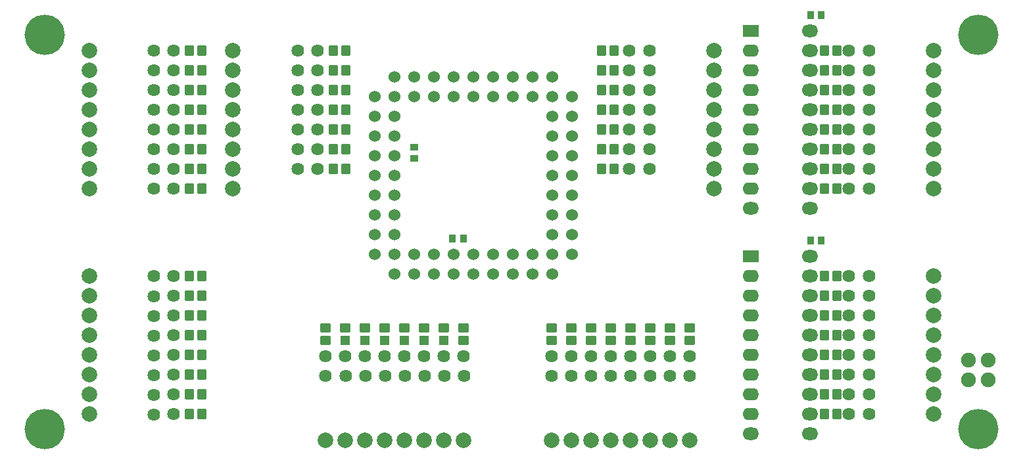
<source format=gbs>
G04 Layer: BottomSolderMaskLayer*
G04 Panelize: , Column: 2, Row: 2, Board Size: 127.89mm x 58.42mm, Panelized Board Size: 257.78mm x 118.84mm*
G04 EasyEDA v6.5.34, 2023-09-01 23:34:49*
G04 d2f9a346f3944a8da2a00f25f54837ea,5a6b42c53f6a479593ecc07194224c93,10*
G04 Gerber Generator version 0.2*
G04 Scale: 100 percent, Rotated: No, Reflected: No *
G04 Dimensions in millimeters *
G04 leading zeros omitted , absolute positions ,4 integer and 5 decimal *
%FSLAX45Y45*%
%MOMM*%

%AMMACRO1*1,1,$1,$2,$3*1,1,$1,$4,$5*1,1,$1,0-$2,0-$3*1,1,$1,0-$4,0-$5*20,1,$1,$2,$3,$4,$5,0*20,1,$1,$4,$5,0-$2,0-$3,0*20,1,$1,0-$2,0-$3,0-$4,0-$5,0*20,1,$1,0-$4,0-$5,$2,$3,0*4,1,4,$2,$3,$4,$5,0-$2,0-$3,0-$4,0-$5,$2,$3,0*%
%ADD10MACRO1,0.1016X0.4X0.45X-0.4X0.45*%
%ADD11MACRO1,0.1016X-0.45X0.4X-0.45X-0.4*%
%ADD12MACRO1,0.1016X-0.4X-0.45X0.4X-0.45*%
%ADD13MACRO1,0.2032X-0.5X-0.55X0.5X-0.55*%
%ADD14MACRO1,0.2032X0.5X0.55X-0.5X0.55*%
%ADD15MACRO1,0.2032X-0.55X0.5X-0.55X-0.5*%
%ADD16R,1.3032X1.2032*%
%ADD17MACRO1,0.2032X0.55X-0.5X0.55X0.5*%
%ADD18O,2.1015960000000002X1.6015970000000002*%
%ADD19MACRO1,0.1016X-1X0.75X1X0.75*%
%ADD20O,2.1015960000000002X1.6256000000000002*%
%ADD21C,1.5240*%
%ADD22C,5.2032*%
%ADD23C,1.6256*%
%ADD24C,2.0016*%
%ADD25C,1.9016*%
%ADD26C,0.0193*%

%LPD*%
D10*
G01*
X10242379Y2806694D03*
G01*
X10382380Y2806694D03*
G01*
X10242379Y5714987D03*
G01*
X10382380Y5714987D03*
D11*
G01*
X5143489Y3866991D03*
G01*
X5143489Y4006990D03*
D12*
G01*
X5772290Y2832094D03*
G01*
X5632291Y2832094D03*
D13*
G01*
X7713304Y3731892D03*
G01*
X7553304Y3731892D03*
G01*
X7713304Y3985892D03*
G01*
X7553304Y3985892D03*
G01*
X7713304Y4239892D03*
G01*
X7553304Y4239892D03*
G01*
X7713304Y4493892D03*
G01*
X7553304Y4493892D03*
G01*
X7713304Y4747892D03*
G01*
X7553304Y4747892D03*
G01*
X7713304Y5001892D03*
G01*
X7553304Y5001892D03*
D14*
G01*
X7553289Y5255892D03*
G01*
X7713289Y5255892D03*
G01*
X4098274Y3731905D03*
G01*
X4258274Y3731905D03*
G01*
X4098274Y5001905D03*
G01*
X4258274Y5001905D03*
D13*
G01*
X4258289Y5255905D03*
G01*
X4098290Y5255905D03*
D14*
G01*
X4098274Y4747905D03*
G01*
X4258274Y4747905D03*
G01*
X4098274Y4493907D03*
G01*
X4258274Y4493907D03*
G01*
X4098274Y4239907D03*
G01*
X4258274Y4239907D03*
G01*
X4098274Y3985907D03*
G01*
X4258274Y3985907D03*
D15*
G01*
X5524124Y1680211D03*
D16*
G01*
X5524118Y1520215D03*
D15*
G01*
X4254124Y1680211D03*
D16*
G01*
X4254118Y1520215D03*
D17*
G01*
X4000124Y1520224D03*
G01*
X4000124Y1680222D03*
D15*
G01*
X4508124Y1680211D03*
D16*
G01*
X4508118Y1520215D03*
D15*
G01*
X4762121Y1680211D03*
D16*
G01*
X4762118Y1520215D03*
D15*
G01*
X5016121Y1680211D03*
D16*
G01*
X5016118Y1520215D03*
D15*
G01*
X5270121Y1680211D03*
D16*
G01*
X5270118Y1520215D03*
D17*
G01*
X5778121Y1520224D03*
G01*
X5778121Y1680222D03*
G01*
X8686812Y1680222D03*
G01*
X8686812Y1520224D03*
D15*
G01*
X8178812Y1520212D03*
G01*
X8178812Y1680211D03*
G01*
X7924812Y1520212D03*
G01*
X7924812Y1680211D03*
G01*
X7670812Y1520212D03*
G01*
X7670812Y1680211D03*
G01*
X7416815Y1520212D03*
G01*
X7416815Y1680211D03*
D17*
G01*
X6908815Y1680222D03*
G01*
X6908815Y1520224D03*
D15*
G01*
X7162815Y1520212D03*
G01*
X7162815Y1680211D03*
G01*
X8432815Y1520212D03*
G01*
X8432815Y1680211D03*
D14*
G01*
X2244090Y823597D03*
G01*
X2404088Y823597D03*
G01*
X2244090Y2093597D03*
G01*
X2404088Y2093597D03*
D13*
G01*
X2404099Y2347597D03*
G01*
X2244101Y2347597D03*
D14*
G01*
X2244090Y1839597D03*
G01*
X2404088Y1839597D03*
G01*
X2244090Y1585600D03*
G01*
X2404088Y1585600D03*
G01*
X2244090Y1331600D03*
G01*
X2404088Y1331600D03*
G01*
X2244090Y1077600D03*
G01*
X2404088Y1077600D03*
D13*
G01*
X2404099Y569600D03*
G01*
X2244101Y569600D03*
G01*
X2244101Y3478291D03*
G01*
X2404099Y3478291D03*
D14*
G01*
X2404088Y3986291D03*
G01*
X2244090Y3986291D03*
G01*
X2404088Y4240291D03*
G01*
X2244090Y4240291D03*
G01*
X2404088Y4494291D03*
G01*
X2244090Y4494291D03*
G01*
X2404088Y4748288D03*
G01*
X2244090Y4748288D03*
D13*
G01*
X2244101Y5256288D03*
G01*
X2404099Y5256288D03*
D14*
G01*
X2404088Y5002288D03*
G01*
X2244090Y5002288D03*
G01*
X2404088Y3732288D03*
G01*
X2244090Y3732288D03*
G01*
X10422872Y2349494D03*
G01*
X10582871Y2349494D03*
D13*
G01*
X10582887Y2095494D03*
G01*
X10422887Y2095494D03*
G01*
X10582887Y1841497D03*
G01*
X10422887Y1841497D03*
G01*
X10582887Y1587497D03*
G01*
X10422887Y1587497D03*
G01*
X10582887Y1333497D03*
G01*
X10422887Y1333497D03*
G01*
X10582887Y1079497D03*
G01*
X10422887Y1079497D03*
G01*
X10582887Y825497D03*
G01*
X10422887Y825497D03*
D14*
G01*
X10422872Y571500D03*
G01*
X10582871Y571500D03*
G01*
X10422872Y3479792D03*
G01*
X10582871Y3479792D03*
D13*
G01*
X10582887Y3733792D03*
G01*
X10422887Y3733792D03*
G01*
X10582887Y3987792D03*
G01*
X10422887Y3987792D03*
G01*
X10582887Y4241792D03*
G01*
X10422887Y4241792D03*
G01*
X10582887Y4495789D03*
G01*
X10422887Y4495789D03*
G01*
X10582887Y4749789D03*
G01*
X10422887Y4749789D03*
G01*
X10582887Y5003789D03*
G01*
X10422887Y5003789D03*
D14*
G01*
X10422872Y5257789D03*
G01*
X10582871Y5257789D03*
D18*
G01*
X9474174Y3479800D03*
G01*
X9474174Y3733800D03*
G01*
X9474174Y3987800D03*
G01*
X9474174Y4241800D03*
G01*
X9474174Y4495800D03*
G01*
X9474174Y4749800D03*
G01*
X9474174Y5003800D03*
G01*
X9474174Y5257800D03*
D19*
G01*
X9474179Y5511792D03*
D20*
G01*
X9474174Y3225800D03*
G01*
X10236174Y3225800D03*
G01*
X10236174Y3479800D03*
G01*
X10236174Y3733800D03*
G01*
X10236174Y3987800D03*
G01*
X10236174Y4241800D03*
G01*
X10236174Y4495800D03*
G01*
X10236174Y4749800D03*
G01*
X10236174Y5003800D03*
G01*
X10236174Y5257800D03*
G01*
X10236174Y5511800D03*
D18*
G01*
X9474174Y571500D03*
G01*
X9474174Y825500D03*
G01*
X9474174Y1079500D03*
G01*
X9474174Y1333500D03*
G01*
X9474174Y1587500D03*
G01*
X9474174Y1841500D03*
G01*
X9474174Y2095500D03*
G01*
X9474174Y2349500D03*
D19*
G01*
X9474179Y2603497D03*
D20*
G01*
X9474174Y317500D03*
G01*
X10236174Y317500D03*
G01*
X10236174Y571500D03*
G01*
X10236174Y825500D03*
G01*
X10236174Y1079500D03*
G01*
X10236174Y1333500D03*
G01*
X10236174Y1587500D03*
G01*
X10236174Y1841500D03*
G01*
X10236174Y2095500D03*
G01*
X10236174Y2349500D03*
G01*
X10236174Y2603500D03*
D21*
G01*
X4889500Y2374900D03*
G01*
X5143500Y2374900D03*
G01*
X5397500Y2374900D03*
G01*
X5651500Y2374900D03*
G01*
X5905500Y2374900D03*
G01*
X6159500Y2374900D03*
G01*
X6413500Y2374900D03*
G01*
X6667500Y2374900D03*
G01*
X6921500Y2374900D03*
G01*
X4635500Y2628900D03*
G01*
X4635500Y2882900D03*
G01*
X4635500Y3136900D03*
G01*
X4635500Y3390900D03*
G01*
X4635500Y3644900D03*
G01*
X4635500Y3898900D03*
G01*
X4635500Y4152900D03*
G01*
X4635500Y4406900D03*
G01*
X4635500Y4660900D03*
G01*
X4889500Y4914900D03*
G01*
X5143500Y4914900D03*
G01*
X5397500Y4914900D03*
G01*
X5651500Y4914900D03*
G01*
X5905500Y4914900D03*
G01*
X6159500Y4914900D03*
G01*
X6413500Y4914900D03*
G01*
X6667500Y4914900D03*
G01*
X6921500Y4914900D03*
G01*
X7175500Y4660900D03*
G01*
X7175500Y4406900D03*
G01*
X7175500Y4152900D03*
G01*
X7175500Y3898900D03*
G01*
X7175500Y3644900D03*
G01*
X7175500Y3390900D03*
G01*
X7175500Y3136900D03*
G01*
X7175500Y2882900D03*
G01*
X7175500Y2628900D03*
G01*
X4889500Y4660900D03*
G01*
X5143500Y4660900D03*
G01*
X5397500Y4660900D03*
G01*
X5651500Y4660900D03*
G01*
X5905500Y4660900D03*
G01*
X6159500Y4660900D03*
G01*
X6413500Y4660900D03*
G01*
X6667500Y4660900D03*
G01*
X6921500Y4660900D03*
G01*
X4889500Y4406900D03*
G01*
X4889500Y4152900D03*
G01*
X4889500Y3898900D03*
G01*
X4889500Y3644900D03*
G01*
X4889500Y3390900D03*
G01*
X4889500Y3136900D03*
G01*
X4889500Y2882900D03*
G01*
X4889500Y2628900D03*
G01*
X5143500Y2628900D03*
G01*
X5397500Y2628900D03*
G01*
X5651500Y2628900D03*
G01*
X5905500Y2628900D03*
G01*
X6159500Y2628900D03*
G01*
X6413500Y2628900D03*
G01*
X6667500Y2628900D03*
G01*
X6921500Y2628900D03*
G01*
X6921500Y2882900D03*
G01*
X6921500Y3136900D03*
G01*
X6921500Y3390900D03*
G01*
X6921500Y3644900D03*
G01*
X6921500Y3898900D03*
G01*
X6921500Y4152900D03*
G01*
X6921500Y4406900D03*
D22*
G01*
X381000Y5461000D03*
D23*
G01*
X2044674Y5255920D03*
G01*
X2044674Y4493920D03*
G01*
X1790674Y4491126D03*
G01*
X2044674Y4747920D03*
G01*
X1790674Y4745126D03*
G01*
X1790674Y3475126D03*
G01*
X2044674Y3477920D03*
G01*
X2044674Y3985920D03*
G01*
X1790674Y3983126D03*
G01*
X2044674Y4239920D03*
G01*
X1790674Y4237126D03*
G01*
X1790674Y4999126D03*
G01*
X2044674Y5001920D03*
G01*
X1790674Y3729126D03*
G01*
X2044674Y3731920D03*
G01*
X1787880Y5255920D03*
G01*
X1787905Y2347620D03*
G01*
X2044700Y823620D03*
G01*
X1790700Y820826D03*
G01*
X2044700Y2093620D03*
G01*
X1790700Y2090826D03*
G01*
X1790700Y1328826D03*
G01*
X2044700Y1331620D03*
G01*
X1790700Y1074826D03*
G01*
X2044700Y1077620D03*
G01*
X2044700Y569620D03*
G01*
X1790700Y566826D03*
G01*
X1790700Y1836826D03*
G01*
X2044700Y1839620D03*
G01*
X1790700Y1582826D03*
G01*
X2044700Y1585620D03*
G01*
X2044700Y2347620D03*
D24*
G01*
X956081Y3477920D03*
G01*
X956081Y3731920D03*
G01*
X956081Y3985920D03*
G01*
X956081Y4239920D03*
G01*
X956081Y4493920D03*
G01*
X956081Y4747920D03*
G01*
X956081Y5001920D03*
G01*
X956081Y5255920D03*
G01*
X956106Y2347620D03*
G01*
X956106Y2093620D03*
G01*
X956106Y1839620D03*
G01*
X956106Y1585620D03*
G01*
X956106Y1331620D03*
G01*
X956106Y1077620D03*
G01*
X956106Y823620D03*
G01*
X956106Y569620D03*
D23*
G01*
X10741431Y2347595D03*
G01*
X10998250Y2347595D03*
G01*
X10998250Y2093595D03*
G01*
X10741431Y2093595D03*
G01*
X10741431Y1839595D03*
G01*
X10998250Y1839595D03*
G01*
X10998250Y1585595D03*
G01*
X10741431Y1585595D03*
G01*
X10998250Y1331595D03*
G01*
X10741431Y1331595D03*
G01*
X10998250Y1077595D03*
G01*
X10741431Y1077595D03*
G01*
X10998250Y823595D03*
G01*
X10741431Y823595D03*
G01*
X10998250Y569595D03*
G01*
X10741431Y569595D03*
G01*
X10741406Y3477895D03*
G01*
X10998225Y3477895D03*
G01*
X10741406Y3731895D03*
G01*
X10998225Y3731895D03*
G01*
X10741406Y3985895D03*
G01*
X10998225Y3985895D03*
G01*
X10741406Y4239895D03*
G01*
X10998225Y4239895D03*
G01*
X10741406Y4493895D03*
G01*
X10998225Y4493895D03*
G01*
X10998225Y4747895D03*
G01*
X10741406Y4747895D03*
G01*
X10741406Y5001895D03*
G01*
X10998225Y5001895D03*
G01*
X10998225Y5255895D03*
G01*
X10741406Y5255895D03*
D24*
G01*
X11829999Y5255895D03*
G01*
X11829999Y5001895D03*
G01*
X11829999Y4747895D03*
G01*
X11829999Y4493895D03*
G01*
X11829999Y4239895D03*
G01*
X11829999Y3985895D03*
G01*
X11829999Y3731895D03*
G01*
X11829999Y3477895D03*
G01*
X11830024Y569595D03*
G01*
X11830024Y823595D03*
G01*
X11830024Y1077595D03*
G01*
X11830024Y1331595D03*
G01*
X11830024Y1585595D03*
G01*
X11830024Y1839595D03*
G01*
X11830024Y2093595D03*
G01*
X11830024Y2347595D03*
D22*
G01*
X12405106Y5461000D03*
G01*
X12405106Y381000D03*
G01*
X381000Y381000D03*
D25*
G01*
X12532106Y1016000D03*
G01*
X12278106Y1016000D03*
G01*
X12278106Y1270000D03*
G01*
X12532106Y1270000D03*
D24*
G01*
X8686800Y232232D03*
G01*
X8432800Y232232D03*
G01*
X8178800Y232232D03*
G01*
X7924800Y232232D03*
G01*
X7670800Y232232D03*
G01*
X7416800Y232232D03*
G01*
X7162800Y232232D03*
G01*
X6908800Y232232D03*
G01*
X4000500Y232206D03*
G01*
X4254500Y232206D03*
G01*
X4508500Y232206D03*
G01*
X4762500Y232206D03*
G01*
X5016500Y232206D03*
G01*
X5270500Y232206D03*
G01*
X5524500Y232206D03*
G01*
X5778500Y232206D03*
D23*
G01*
X6908800Y1320825D03*
G01*
X7670800Y1320825D03*
G01*
X7673593Y1066825D03*
G01*
X7416800Y1320825D03*
G01*
X7419593Y1066825D03*
G01*
X8689593Y1066825D03*
G01*
X8686800Y1320825D03*
G01*
X8178800Y1320825D03*
G01*
X8181593Y1066825D03*
G01*
X7924800Y1320825D03*
G01*
X7927593Y1066825D03*
G01*
X7165593Y1066825D03*
G01*
X7162800Y1320825D03*
G01*
X8435593Y1066825D03*
G01*
X8432800Y1320825D03*
G01*
X6908800Y1064031D03*
G01*
X4000500Y1064005D03*
G01*
X5524500Y1320800D03*
G01*
X5527293Y1066800D03*
G01*
X4254500Y1320800D03*
G01*
X4257293Y1066800D03*
G01*
X5019293Y1066800D03*
G01*
X5016500Y1320800D03*
G01*
X5273293Y1066800D03*
G01*
X5270500Y1320800D03*
G01*
X5778500Y1320800D03*
G01*
X5781293Y1066800D03*
G01*
X4511293Y1066800D03*
G01*
X4508500Y1320800D03*
G01*
X4765293Y1066800D03*
G01*
X4762500Y1320800D03*
G01*
X4000500Y1320800D03*
D24*
G01*
X2807487Y5255920D03*
G01*
X2807487Y5001920D03*
G01*
X2807487Y4747920D03*
G01*
X2807487Y4493920D03*
G01*
X2807487Y4239920D03*
G01*
X2807487Y3985920D03*
G01*
X2807487Y3731920D03*
G01*
X2807487Y3477920D03*
D23*
G01*
X3639261Y5255920D03*
G01*
X3896080Y3731920D03*
G01*
X3642080Y3729126D03*
G01*
X3896080Y5001920D03*
G01*
X3642080Y4999126D03*
G01*
X3642080Y4237126D03*
G01*
X3896080Y4239920D03*
G01*
X3642080Y3983126D03*
G01*
X3896080Y3985920D03*
G01*
X3642080Y4745126D03*
G01*
X3896080Y4747920D03*
G01*
X3642080Y4491126D03*
G01*
X3896080Y4493920D03*
G01*
X3896080Y5255920D03*
G01*
X7912684Y3731895D03*
G01*
X8169503Y3731869D03*
G01*
X7912684Y3985895D03*
G01*
X8169503Y3985869D03*
G01*
X7912684Y4239895D03*
G01*
X8169503Y4239869D03*
G01*
X7912684Y4493895D03*
G01*
X8169503Y4493869D03*
G01*
X8169503Y4747869D03*
G01*
X7912684Y4747895D03*
G01*
X7912684Y5001895D03*
G01*
X8169503Y5001869D03*
G01*
X8169503Y5255869D03*
G01*
X7912684Y5255895D03*
D24*
G01*
X9001277Y5255895D03*
G01*
X9001277Y5001895D03*
G01*
X9001277Y4747895D03*
G01*
X9001277Y4493895D03*
G01*
X9001277Y4239895D03*
G01*
X9001277Y3985895D03*
G01*
X9001277Y3731895D03*
G01*
X9001277Y3477895D03*
M02*

</source>
